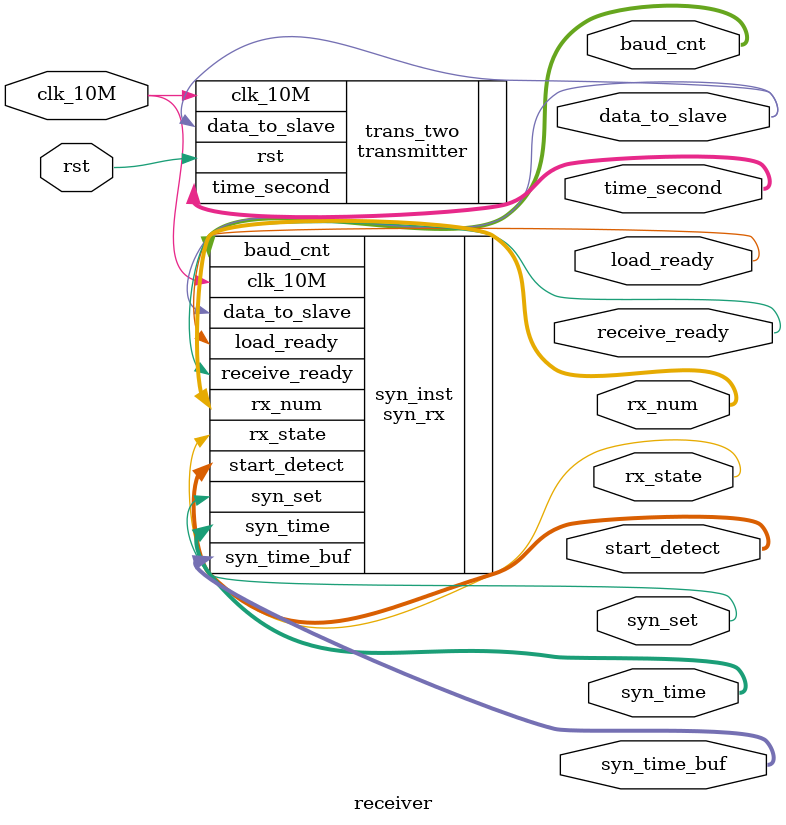
<source format=v>
module receiver(clk_10M, rst,syn_set,syn_time,load_ready,data_to_slave,rx_state,baud_cnt,rx_num,start_detect,syn_time_buf,receive_ready,time_second);
 input clk_10M;
 input rst;
 output  syn_set;
 output [7:0] syn_time;
 output  load_ready;
 output data_to_slave;
 output rx_state;
 output [3:0] baud_cnt;
 output [3:0] rx_num;
 output [1:0] start_detect;
 output [7:0] syn_time_buf;
output  receive_ready ;
output[7:0] time_second;

 wire data_to_slave;

 
 //module transmitter(clk_10M,rst,time_second,data_to_slave,clk_baud,syn_en,hz,baud_cnt,tx_state,num,time_buf);
 transmitter trans_two(.clk_10M(clk_10M),.rst(rst),.data_to_slave(data_to_slave),.time_second(time_second));


// module syn_rx(data_to_slave,clk_10M,syn_set,syn_time,load_ready);
  syn_rx syn_inst(.data_to_slave(data_to_slave),.clk_10M(clk_10M),.syn_set(syn_set),.syn_time(syn_time),.load_ready(load_ready),
  .rx_state(rx_state),.baud_cnt(baud_cnt),.rx_num(rx_num),.start_detect(start_detect),.syn_time_buf(syn_time_buf),.receive_ready(receive_ready))    ;


endmodule

</source>
